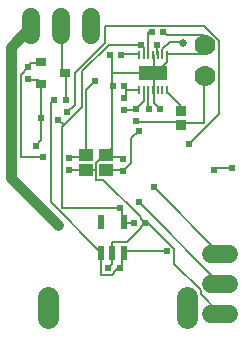
<source format=gbr>
G04 EAGLE Gerber X2 export*
G75*
%MOMM*%
%FSLAX34Y34*%
%LPD*%
%AMOC8*
5,1,8,0,0,1.08239X$1,22.5*%
G01*
%ADD10R,0.600000X0.600000*%
%ADD11C,1.524000*%
%ADD12C,1.778000*%
%ADD13R,2.350000X1.270000*%
%ADD14R,0.200000X0.700000*%
%ADD15R,1.200000X1.000000*%
%ADD16R,0.900000X0.850000*%
%ADD17C,1.778000*%
%ADD18R,0.900000X0.800000*%
%ADD19R,0.550000X1.200000*%
%ADD20C,0.152400*%
%ADD21C,0.654800*%
%ADD22C,0.604800*%
%ADD23C,0.914400*%


D10*
X123444Y244776D03*
X123444Y234776D03*
X77724Y245538D03*
X77724Y235538D03*
X132160Y190500D03*
X142160Y190500D03*
X120570Y152400D03*
X110570Y152400D03*
D11*
X45720Y349250D02*
X45720Y364490D01*
X71120Y364490D02*
X71120Y349250D01*
X96520Y349250D02*
X96520Y364490D01*
X198120Y163830D02*
X213360Y163830D01*
X213360Y138430D02*
X198120Y138430D01*
X198120Y113030D02*
X213360Y113030D01*
D12*
X192720Y314660D03*
X192720Y340660D03*
D13*
X148590Y317500D03*
D14*
X136590Y332250D03*
X140590Y332250D03*
X144590Y332250D03*
X148590Y332250D03*
X152590Y332250D03*
X156590Y332250D03*
X160590Y332250D03*
X160590Y302750D03*
X156590Y302750D03*
X152590Y302750D03*
X148590Y302750D03*
X144590Y302750D03*
X140590Y302750D03*
X136590Y302750D03*
D15*
X91830Y247800D03*
X108830Y247800D03*
X108830Y234800D03*
X91830Y234800D03*
D10*
X157400Y351790D03*
X147400Y351790D03*
D16*
X172720Y273600D03*
X172720Y285200D03*
D10*
X144860Y287020D03*
X154860Y287020D03*
X124380Y306070D03*
X114380Y306070D03*
X134620Y276940D03*
X134620Y286940D03*
X124460Y285830D03*
X124460Y295830D03*
D17*
X60118Y127274D02*
X60118Y109494D01*
X177118Y109494D02*
X177118Y127274D01*
D18*
X53500Y308000D03*
X53500Y327000D03*
X74500Y317500D03*
D10*
X43180Y312500D03*
X43180Y322500D03*
X64850Y294640D03*
X74850Y294640D03*
X111840Y332740D03*
X121840Y332740D03*
D19*
X123800Y164799D03*
X114300Y164799D03*
X104800Y164799D03*
X104800Y190801D03*
X123800Y190801D03*
D20*
X156590Y332250D02*
X156590Y337438D01*
X163068Y343916D01*
X172720Y343916D01*
X174244Y342392D01*
X174498Y342138D01*
D21*
X174244Y342392D03*
D20*
X122238Y153988D02*
X120650Y152400D01*
X122238Y153988D02*
X122238Y163513D01*
X120650Y152400D02*
X120570Y152400D01*
X122238Y163513D02*
X123800Y164799D01*
X123825Y166688D02*
X160338Y166688D01*
X123825Y166688D02*
X123825Y165100D01*
X123800Y164799D01*
X61913Y292100D02*
X63500Y293688D01*
X61913Y292100D02*
X61913Y207963D01*
X104775Y165100D01*
X63500Y293688D02*
X64850Y294640D01*
X104775Y165100D02*
X104800Y164799D01*
X119063Y152400D02*
X115888Y149225D01*
X115888Y147638D01*
X114300Y146050D01*
X104775Y146050D01*
X104775Y163513D01*
X119063Y152400D02*
X120570Y152400D01*
X104775Y163513D02*
X104800Y164799D01*
D22*
X160338Y166688D03*
D20*
X160338Y349250D02*
X158750Y350838D01*
X191834Y349187D02*
X191834Y341249D01*
X191834Y349187D02*
X160338Y349250D01*
X158750Y350838D02*
X157400Y351790D01*
X191834Y341249D02*
X191770Y333756D01*
X162096Y333756D01*
X160590Y332250D01*
X192088Y341313D02*
X191834Y349187D01*
X192088Y341313D02*
X192720Y340660D01*
X114300Y155575D02*
X111125Y152400D01*
X114300Y155575D02*
X114300Y164799D01*
X111125Y152400D02*
X110570Y152400D01*
X138113Y187325D02*
X141288Y190500D01*
X138113Y187325D02*
X138113Y185738D01*
X127000Y174625D01*
X114300Y174625D01*
X114300Y164799D01*
X90488Y234950D02*
X77788Y234950D01*
X77724Y235538D01*
X90488Y234950D02*
X91830Y234800D01*
X109538Y246063D02*
X122238Y246063D01*
X109538Y246063D02*
X109538Y247650D01*
X122238Y246063D02*
X123444Y244776D01*
X109538Y247650D02*
X108830Y247800D01*
X100013Y234950D02*
X92075Y234950D01*
X100013Y234950D02*
X100013Y241300D01*
X107950Y249238D01*
X92075Y234950D02*
X91830Y234800D01*
X108830Y247800D02*
X107950Y249238D01*
X114300Y330200D02*
X112713Y331788D01*
X114300Y317500D02*
X114300Y306388D01*
X114300Y317500D02*
X114300Y330200D01*
X112713Y331788D02*
X111840Y332740D01*
X114300Y306388D02*
X114380Y306070D01*
X149225Y292100D02*
X153988Y287338D01*
X149225Y292100D02*
X149225Y301625D01*
X153988Y287338D02*
X154860Y287020D01*
X149225Y301625D02*
X148590Y302750D01*
X149225Y317500D02*
X149225Y331788D01*
X148590Y332250D01*
X149225Y317500D02*
X149225Y315913D01*
X149225Y303213D01*
X148590Y302750D01*
X148590Y317500D02*
X149225Y317500D01*
X148590Y317500D02*
X114300Y317500D01*
X114300Y254000D02*
X109538Y249238D01*
X114300Y254000D02*
X114300Y304800D01*
X109538Y249238D02*
X108830Y247800D01*
X114300Y304800D02*
X114380Y306070D01*
X138113Y193675D02*
X141288Y190500D01*
X138113Y193675D02*
X138113Y195263D01*
X106363Y227013D01*
X100013Y227013D01*
X100013Y234950D01*
X141288Y190500D02*
X142160Y190500D01*
X188913Y130175D02*
X204788Y114300D01*
X188913Y130175D02*
X188913Y133350D01*
X166688Y155575D01*
X166688Y168275D01*
X144463Y190500D01*
X142160Y190500D01*
X204788Y114300D02*
X205740Y113030D01*
X160338Y327025D02*
X160338Y331788D01*
X160338Y327025D02*
X149225Y315913D01*
X160338Y331788D02*
X160590Y332250D01*
X148590Y317500D02*
X149225Y315913D01*
X134938Y276225D02*
X171450Y276225D01*
X171450Y274638D01*
X134938Y276225D02*
X134620Y276940D01*
X171450Y274638D02*
X172720Y273600D01*
X173038Y274638D02*
X192088Y274638D01*
X192088Y314325D01*
X173038Y274638D02*
X172720Y273600D01*
X192088Y314325D02*
X192720Y314660D01*
X144463Y301625D02*
X144463Y287338D01*
X144463Y301625D02*
X144590Y302750D01*
X144463Y287338D02*
X144860Y287020D01*
X160338Y301625D02*
X171450Y290513D01*
X171450Y285750D01*
X160338Y301625D02*
X160590Y302750D01*
X171450Y285750D02*
X172720Y285200D01*
X136525Y333375D02*
X122238Y333375D01*
X121840Y332740D01*
X136525Y333375D02*
X136590Y332250D01*
X144463Y352425D02*
X146050Y352425D01*
X144463Y352425D02*
X144463Y333375D01*
X147400Y351790D02*
X146050Y352425D01*
X144463Y333375D02*
X144590Y332250D01*
X125413Y303213D02*
X125413Y296863D01*
X125413Y303213D02*
X125413Y304800D01*
X124380Y306070D01*
X125413Y296863D02*
X124460Y295830D01*
X125413Y303213D02*
X136525Y303213D01*
X136590Y302750D01*
X125413Y303213D02*
X124380Y306070D01*
X125413Y285750D02*
X133350Y285750D01*
X125413Y285750D02*
X124460Y285830D01*
X133350Y285750D02*
X134620Y286940D01*
X141288Y293688D02*
X141288Y301625D01*
X141288Y293688D02*
X134938Y287338D01*
X141288Y301625D02*
X140590Y302750D01*
X134938Y287338D02*
X134620Y286940D01*
X53975Y279400D02*
X53975Y307975D01*
X53500Y308000D01*
X53975Y260350D02*
X49213Y255588D01*
X53975Y260350D02*
X53975Y279400D01*
X52388Y311150D02*
X44450Y311150D01*
X52388Y311150D02*
X52388Y309563D01*
X44450Y311150D02*
X43180Y312500D01*
X52388Y309563D02*
X53500Y308000D01*
X123825Y190500D02*
X132160Y190500D01*
X123825Y190500D02*
X123800Y190801D01*
X122238Y201613D02*
X120650Y203200D01*
X122238Y201613D02*
X122238Y192088D01*
X123800Y190801D01*
X141288Y338138D02*
X138113Y341313D01*
X141288Y338138D02*
X141288Y333375D01*
X140590Y332250D01*
X152400Y333375D02*
X152400Y341313D01*
X152400Y333375D02*
X152590Y332250D01*
X120650Y203200D02*
X71438Y203200D01*
X71438Y271463D01*
X73025Y273050D02*
X88900Y288925D01*
X73025Y273050D02*
X71438Y271463D01*
X88900Y288925D02*
X88900Y319088D01*
X111125Y341313D01*
X138113Y341313D01*
X73025Y273050D02*
X68263Y277813D01*
D22*
X53975Y279400D03*
X49213Y255588D03*
X120650Y203200D03*
X138113Y341313D03*
X152400Y341313D03*
X68263Y277813D03*
D20*
X92075Y303213D02*
X99568Y310706D01*
X92075Y303213D02*
X92075Y249238D01*
X91830Y247800D01*
X90488Y246063D02*
X77788Y246063D01*
X90488Y246063D02*
X90488Y247650D01*
X77788Y246063D02*
X77724Y245538D01*
X90488Y247650D02*
X91830Y247800D01*
D22*
X99568Y310706D03*
D20*
X136525Y268288D02*
X130175Y261938D01*
X130175Y241300D01*
X123825Y234950D01*
X123444Y234776D01*
X122238Y234950D02*
X109538Y234950D01*
X108830Y234800D01*
X122238Y234950D02*
X123444Y234776D01*
D22*
X136525Y268288D03*
D20*
X179388Y257175D02*
X204788Y282575D01*
X204788Y344488D01*
X192088Y357188D01*
X107950Y357188D01*
X107950Y342900D01*
X82550Y317500D01*
X82550Y290513D01*
X76200Y284163D01*
D22*
X179388Y257175D03*
X76200Y284163D03*
D20*
X200025Y236538D02*
X215900Y236538D01*
X200025Y236538D02*
X200025Y234950D01*
D22*
X215900Y236538D03*
X200025Y234950D03*
D20*
X55563Y246063D02*
X36513Y246063D01*
X36513Y315913D01*
X42863Y322263D01*
X43180Y322500D01*
X44450Y325438D02*
X52388Y325438D01*
X44450Y325438D02*
X44450Y323850D01*
X52388Y325438D02*
X53500Y327000D01*
X44450Y323850D02*
X43180Y322500D01*
D22*
X55563Y246063D03*
D23*
X28575Y228600D02*
X68263Y188913D01*
X28575Y228600D02*
X28575Y339725D01*
X45720Y356870D01*
D22*
X68263Y188913D03*
D20*
X149225Y220663D02*
X204788Y165100D01*
X205740Y163830D01*
D22*
X149225Y220663D03*
D20*
X136525Y207963D02*
X204788Y139700D01*
X205740Y138430D01*
D22*
X136525Y207963D03*
D20*
X74613Y295275D02*
X74613Y317500D01*
X74613Y295275D02*
X74850Y294640D01*
X74613Y317500D02*
X74500Y317500D01*
X73025Y317500D02*
X71438Y319088D01*
X71438Y355600D01*
X73025Y317500D02*
X74500Y317500D01*
X71438Y355600D02*
X71120Y356870D01*
M02*

</source>
